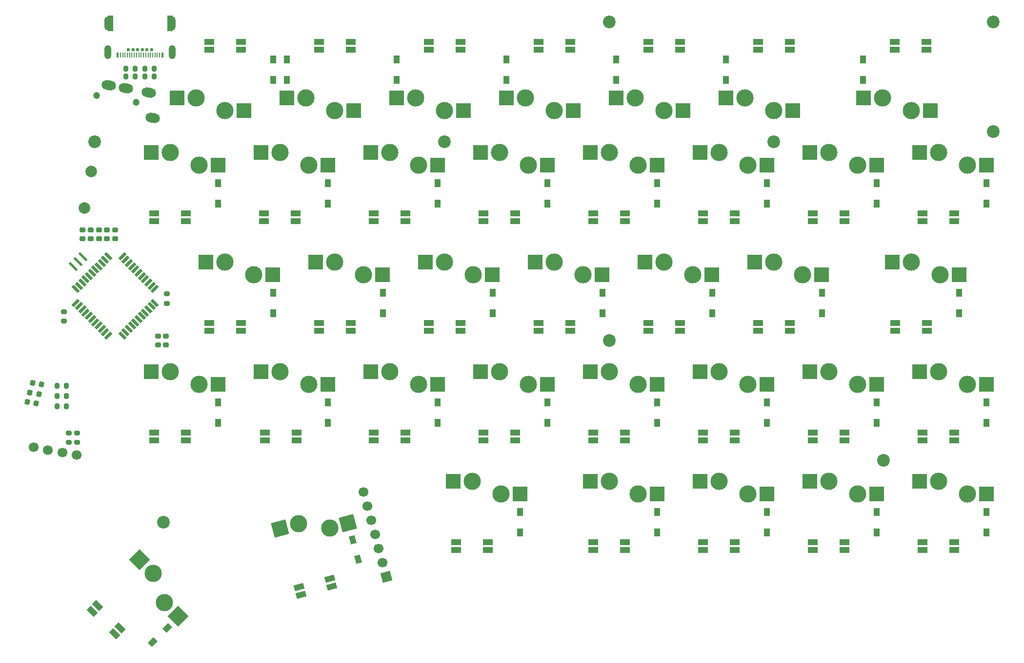
<source format=gbr>
G04 #@! TF.GenerationSoftware,KiCad,Pcbnew,(6.0.8)*
G04 #@! TF.CreationDate,2023-02-19T02:59:28+09:00*
G04 #@! TF.ProjectId,ma8ic_split_69_right,6d613869-635f-4737-906c-69745f36395f,0.1*
G04 #@! TF.SameCoordinates,Original*
G04 #@! TF.FileFunction,Soldermask,Bot*
G04 #@! TF.FilePolarity,Negative*
%FSLAX46Y46*%
G04 Gerber Fmt 4.6, Leading zero omitted, Abs format (unit mm)*
G04 Created by KiCad (PCBNEW (6.0.8)) date 2023-02-19 02:59:28*
%MOMM*%
%LPD*%
G01*
G04 APERTURE LIST*
G04 Aperture macros list*
%AMRoundRect*
0 Rectangle with rounded corners*
0 $1 Rounding radius*
0 $2 $3 $4 $5 $6 $7 $8 $9 X,Y pos of 4 corners*
0 Add a 4 corners polygon primitive as box body*
4,1,4,$2,$3,$4,$5,$6,$7,$8,$9,$2,$3,0*
0 Add four circle primitives for the rounded corners*
1,1,$1+$1,$2,$3*
1,1,$1+$1,$4,$5*
1,1,$1+$1,$6,$7*
1,1,$1+$1,$8,$9*
0 Add four rect primitives between the rounded corners*
20,1,$1+$1,$2,$3,$4,$5,0*
20,1,$1+$1,$4,$5,$6,$7,0*
20,1,$1+$1,$6,$7,$8,$9,0*
20,1,$1+$1,$8,$9,$2,$3,0*%
%AMHorizOval*
0 Thick line with rounded ends*
0 $1 width*
0 $2 $3 position (X,Y) of the first rounded end (center of the circle)*
0 $4 $5 position (X,Y) of the second rounded end (center of the circle)*
0 Add line between two ends*
20,1,$1,$2,$3,$4,$5,0*
0 Add two circle primitives to create the rounded ends*
1,1,$1,$2,$3*
1,1,$1,$4,$5*%
%AMRotRect*
0 Rectangle, with rotation*
0 The origin of the aperture is its center*
0 $1 length*
0 $2 width*
0 $3 Rotation angle, in degrees counterclockwise*
0 Add horizontal line*
21,1,$1,$2,0,0,$3*%
G04 Aperture macros list end*
%ADD10C,0.010000*%
%ADD11C,3.000000*%
%ADD12R,2.600000X2.600000*%
%ADD13RotRect,2.600000X2.600000X15.000000*%
%ADD14C,2.000000*%
%ADD15C,1.700000*%
%ADD16RotRect,2.600000X2.600000X315.000000*%
%ADD17C,1.200000*%
%ADD18HorizOval,1.700000X-0.393923X0.069459X0.393923X-0.069459X0*%
%ADD19R,1.000000X1.400000*%
%ADD20RoundRect,0.225000X0.250000X-0.225000X0.250000X0.225000X-0.250000X0.225000X-0.250000X-0.225000X0*%
%ADD21RoundRect,0.200000X0.200000X0.275000X-0.200000X0.275000X-0.200000X-0.275000X0.200000X-0.275000X0*%
%ADD22C,2.200000*%
%ADD23R,1.700000X1.000000*%
%ADD24RoundRect,0.218750X0.259924X0.214371X-0.170929X0.290343X-0.259924X-0.214371X0.170929X-0.290343X0*%
%ADD25R,0.230000X0.850000*%
%ADD26C,0.600000*%
%ADD27O,1.200000X2.400000*%
%ADD28R,0.460000X0.850000*%
%ADD29RoundRect,0.200000X0.275000X-0.200000X0.275000X0.200000X-0.275000X0.200000X-0.275000X-0.200000X0*%
%ADD30RoundRect,0.200000X-0.200000X-0.275000X0.200000X-0.275000X0.200000X0.275000X-0.200000X0.275000X0*%
%ADD31RotRect,1.700000X1.000000X15.000000*%
%ADD32RoundRect,0.200000X-0.275000X0.200000X-0.275000X-0.200000X0.275000X-0.200000X0.275000X0.200000X0*%
%ADD33RotRect,1.400000X1.000000X105.000000*%
%ADD34RotRect,0.400000X1.900000X225.000000*%
%ADD35RotRect,1.400000X1.000000X45.000000*%
%ADD36RotRect,1.500000X0.550000X45.000000*%
%ADD37RotRect,1.500000X0.550000X315.000000*%
%ADD38RotRect,1.700000X1.000000X315.000000*%
%ADD39RoundRect,0.225000X-0.250000X0.225000X-0.250000X-0.225000X0.250000X-0.225000X0.250000X0.225000X0*%
%ADD40RotRect,1.700000X1.700000X15.000000*%
%ADD41HorizOval,1.700000X0.000000X0.000000X0.000000X0.000000X0*%
G04 APERTURE END LIST*
G04 #@! TO.C,J1*
G36*
X80498800Y-39618822D02*
G01*
X79641610Y-39618822D01*
X79641610Y-37017152D01*
X80498800Y-37017152D01*
X80498800Y-39618822D01*
G37*
D10*
X80498800Y-39618822D02*
X79641610Y-39618822D01*
X79641610Y-37017152D01*
X80498800Y-37017152D01*
X80498800Y-39618822D01*
G36*
X90798800Y-39618822D02*
G01*
X89998910Y-39618822D01*
X89998910Y-37018792D01*
X90798800Y-37018792D01*
X90798800Y-39618822D01*
G37*
X90798800Y-39618822D02*
X89998910Y-39618822D01*
X89998910Y-37018792D01*
X90798800Y-37018792D01*
X90798800Y-39618822D01*
G04 #@! TD*
D11*
G04 #@! TO.C,SW6*
X133112500Y-51325000D03*
X138112500Y-53525000D03*
D12*
X129812500Y-51325000D03*
X141412500Y-53525000D03*
G04 #@! TD*
D11*
G04 #@! TO.C,SW37*
X112772968Y-125269788D03*
X118171999Y-126100729D03*
D13*
X121359554Y-125246626D03*
X109585412Y-126123890D03*
G04 #@! TD*
D11*
G04 #@! TO.C,SW28*
X147637500Y-98875000D03*
X152637500Y-101075000D03*
D12*
X155937500Y-101075000D03*
X144337500Y-98875000D03*
G04 #@! TD*
D11*
G04 #@! TO.C,SW22*
X119062500Y-79825000D03*
X124062500Y-82025000D03*
D12*
X127362500Y-82025000D03*
X115762500Y-79825000D03*
G04 #@! TD*
D11*
G04 #@! TO.C,SW21*
X138112500Y-79825000D03*
X143112500Y-82025000D03*
D12*
X146412500Y-82025000D03*
X134812500Y-79825000D03*
G04 #@! TD*
D11*
G04 #@! TO.C,SW32*
X223837500Y-117925000D03*
X228837500Y-120125000D03*
D12*
X232137500Y-120125000D03*
X220537500Y-117925000D03*
G04 #@! TD*
D11*
G04 #@! TO.C,SW4*
X176212500Y-53525000D03*
X171212500Y-51325000D03*
D12*
X167912500Y-51325000D03*
X179512500Y-53525000D03*
G04 #@! TD*
D11*
G04 #@! TO.C,SW31*
X95487500Y-101075000D03*
X90487500Y-98875000D03*
D12*
X98787500Y-101075000D03*
X87187500Y-98875000D03*
G04 #@! TD*
D11*
G04 #@! TO.C,SW27*
X171687500Y-101075000D03*
X166687500Y-98875000D03*
D12*
X174987500Y-101075000D03*
X163387500Y-98875000D03*
G04 #@! TD*
D11*
G04 #@! TO.C,SW11*
X185737500Y-60775000D03*
X190737500Y-62975000D03*
D12*
X194037500Y-62975000D03*
X182437500Y-60775000D03*
G04 #@! TD*
D11*
G04 #@! TO.C,SW12*
X171687500Y-62975000D03*
X166687500Y-60775000D03*
D12*
X174987500Y-62975000D03*
X163387500Y-60775000D03*
G04 #@! TD*
D11*
G04 #@! TO.C,SW33*
X204787500Y-117925000D03*
X209787500Y-120125000D03*
D12*
X213087500Y-120125000D03*
X201487500Y-117925000D03*
G04 #@! TD*
D11*
G04 #@! TO.C,SW34*
X185737500Y-117925000D03*
X190737500Y-120125000D03*
D12*
X194037500Y-120125000D03*
X182437500Y-117925000D03*
G04 #@! TD*
D11*
G04 #@! TO.C,SW2*
X214075000Y-51325000D03*
X219075000Y-53525000D03*
D12*
X210775000Y-51325000D03*
X222375000Y-53525000D03*
G04 #@! TD*
D11*
G04 #@! TO.C,SW29*
X128587500Y-98875000D03*
X133587500Y-101075000D03*
D12*
X136887500Y-101075000D03*
X125287500Y-98875000D03*
G04 #@! TD*
D11*
G04 #@! TO.C,SW16*
X90487500Y-60775000D03*
X95487500Y-62975000D03*
D12*
X98787500Y-62975000D03*
X87187500Y-60775000D03*
G04 #@! TD*
D11*
G04 #@! TO.C,SW9*
X223837500Y-60775000D03*
X228837500Y-62975000D03*
D12*
X232137500Y-62975000D03*
X220537500Y-60775000D03*
G04 #@! TD*
D11*
G04 #@! TO.C,SW18*
X200262500Y-82025000D03*
X195262500Y-79825000D03*
D12*
X203562500Y-82025000D03*
X191962500Y-79825000D03*
G04 #@! TD*
D11*
G04 #@! TO.C,SW20*
X157162500Y-79825000D03*
X162162500Y-82025000D03*
D12*
X165462500Y-82025000D03*
X153862500Y-79825000D03*
G04 #@! TD*
D11*
G04 #@! TO.C,SW8*
X100012500Y-53525000D03*
X95012500Y-51325000D03*
D12*
X91712500Y-51325000D03*
X103312500Y-53525000D03*
G04 #@! TD*
D11*
G04 #@! TO.C,SW15*
X114537500Y-62975000D03*
X109537500Y-60775000D03*
D12*
X117837500Y-62975000D03*
X106237500Y-60775000D03*
G04 #@! TD*
D11*
G04 #@! TO.C,SW23*
X105012500Y-82025000D03*
X100012500Y-79825000D03*
D12*
X108312500Y-82025000D03*
X96712500Y-79825000D03*
G04 #@! TD*
D11*
G04 #@! TO.C,SW10*
X204787500Y-60775000D03*
X209787500Y-62975000D03*
D12*
X213087500Y-62975000D03*
X201487500Y-60775000D03*
G04 #@! TD*
D14*
G04 #@! TO.C,SW1*
X76764141Y-64069784D03*
X75635427Y-70471034D03*
G04 #@! TD*
D11*
G04 #@! TO.C,SW17*
X219075000Y-79825000D03*
X224075000Y-82025000D03*
D12*
X227375000Y-82025000D03*
X215775000Y-79825000D03*
G04 #@! TD*
D15*
G04 #@! TO.C,J3*
X66749775Y-112049007D03*
X69251187Y-112490074D03*
X71752599Y-112931140D03*
X74254011Y-113372207D03*
G04 #@! TD*
D11*
G04 #@! TO.C,SW13*
X147637500Y-60775000D03*
X152637500Y-62975000D03*
D12*
X155937500Y-62975000D03*
X144337500Y-60775000D03*
G04 #@! TD*
D11*
G04 #@! TO.C,SW26*
X185737500Y-98875000D03*
X190737500Y-101075000D03*
D12*
X194037500Y-101075000D03*
X182437500Y-98875000D03*
G04 #@! TD*
D11*
G04 #@! TO.C,SW7*
X114062500Y-51325000D03*
X119062500Y-53525000D03*
D12*
X110762500Y-51325000D03*
X122362500Y-53525000D03*
G04 #@! TD*
D11*
G04 #@! TO.C,SW3*
X195262500Y-53525000D03*
X190262500Y-51325000D03*
D12*
X186962500Y-51325000D03*
X198562500Y-53525000D03*
G04 #@! TD*
D11*
G04 #@! TO.C,SW24*
X223837500Y-98875000D03*
X228837500Y-101075000D03*
D12*
X232137500Y-101075000D03*
X220537500Y-98875000D03*
G04 #@! TD*
D11*
G04 #@! TO.C,SW36*
X147875000Y-120125000D03*
X142875000Y-117925000D03*
D12*
X151175000Y-120125000D03*
X139575000Y-117925000D03*
G04 #@! TD*
D11*
G04 #@! TO.C,SW19*
X176212500Y-79825000D03*
X181212500Y-82025000D03*
D12*
X184512500Y-82025000D03*
X172912500Y-79825000D03*
G04 #@! TD*
D11*
G04 #@! TO.C,SW5*
X157162500Y-53525000D03*
X152162500Y-51325000D03*
D12*
X148862500Y-51325000D03*
X160462500Y-53525000D03*
G04 #@! TD*
D11*
G04 #@! TO.C,SW14*
X133587500Y-62975000D03*
X128587500Y-60775000D03*
D12*
X136887500Y-62975000D03*
X125287500Y-60775000D03*
G04 #@! TD*
D11*
G04 #@! TO.C,SW35*
X171687645Y-120124855D03*
X166687645Y-117924855D03*
D12*
X174987645Y-120124855D03*
X163387645Y-117924855D03*
G04 #@! TD*
D11*
G04 #@! TO.C,SW25*
X209787500Y-101075000D03*
X204787500Y-98875000D03*
D12*
X213087500Y-101075000D03*
X201487500Y-98875000D03*
G04 #@! TD*
D11*
G04 #@! TO.C,SW30*
X109537500Y-98875000D03*
X114537500Y-101075000D03*
D12*
X117837500Y-101075000D03*
X106237500Y-98875000D03*
G04 #@! TD*
D11*
G04 #@! TO.C,SW38*
X89495579Y-139031739D03*
X87515680Y-133940570D03*
D16*
X91829031Y-141365191D03*
X85182228Y-131607118D03*
G04 #@! TD*
D17*
G04 #@! TO.C,J2*
X77707408Y-50887332D03*
X84601062Y-52102870D03*
D18*
X87486266Y-54744005D03*
X79844723Y-49131803D03*
X82799146Y-49652747D03*
X86738377Y-50347340D03*
G04 #@! TD*
D19*
G04 #@! TO.C,D37*
X175021875Y-126790625D03*
X175021875Y-123240625D03*
G04 #@! TD*
D20*
G04 #@! TO.C,C6*
X76676300Y-75784340D03*
X76676300Y-74234340D03*
G04 #@! TD*
D19*
G04 #@! TO.C,D8*
X129777954Y-48209454D03*
X129777954Y-44659454D03*
G04 #@! TD*
D21*
G04 #@! TO.C,R2*
X84407226Y-46196215D03*
X82757226Y-46196215D03*
G04 #@! TD*
D20*
G04 #@! TO.C,C7*
X75247550Y-75784340D03*
X75247550Y-74234340D03*
G04 #@! TD*
D22*
G04 #@! TO.C,*
X233362500Y-38100000D03*
G04 #@! TD*
D23*
G04 #@! TO.C,D48*
X221088440Y-109432945D03*
X221088440Y-110832945D03*
X226588440Y-110832945D03*
X226588440Y-109432945D03*
G04 #@! TD*
D22*
G04 #@! TO.C,*
X77390510Y-58935947D03*
G04 #@! TD*
D24*
G04 #@! TO.C,D3*
X65661389Y-104161967D03*
X67212461Y-104435463D03*
G04 #@! TD*
D19*
G04 #@! TO.C,D33*
X98821875Y-107740625D03*
X98821875Y-104190625D03*
G04 #@! TD*
D23*
G04 #@! TO.C,D61*
X192513320Y-90383195D03*
X192513320Y-91783195D03*
X198013320Y-91783195D03*
X198013320Y-90383195D03*
G04 #@! TD*
D25*
G04 #@! TO.C,J1*
X83048800Y-43843822D03*
X83448800Y-43843822D03*
X83848800Y-43843822D03*
X84248800Y-43843822D03*
X84648800Y-43843822D03*
X85048800Y-43843822D03*
X85448800Y-43843822D03*
X85848800Y-43843822D03*
X86248800Y-43843822D03*
X86648800Y-43843822D03*
X87048800Y-43843822D03*
X87448800Y-43843822D03*
X88648800Y-43843822D03*
X88248800Y-43843822D03*
X87848800Y-43843822D03*
D26*
X87248800Y-42918822D03*
X86448800Y-42918822D03*
X85648800Y-42918822D03*
X84848800Y-42918822D03*
X84048800Y-42918822D03*
X83248800Y-42918822D03*
D25*
X82648800Y-43843822D03*
X82248800Y-43843822D03*
X81848800Y-43843822D03*
D27*
X79698800Y-43368822D03*
D28*
X81333800Y-43843822D03*
X89163800Y-43843822D03*
D27*
X90798800Y-43368822D03*
X79698800Y-38318822D03*
X90798800Y-38318822D03*
G04 #@! TD*
D23*
G04 #@! TO.C,D75*
X173463048Y-41567365D03*
X173463048Y-42967365D03*
X178963048Y-42967365D03*
X178963048Y-41567365D03*
G04 #@! TD*
D19*
G04 #@! TO.C,D10*
X108346686Y-48209454D03*
X108346686Y-44659454D03*
G04 #@! TD*
D29*
G04 #@! TO.C,R6*
X72032593Y-90121990D03*
X72032593Y-88471990D03*
G04 #@! TD*
D22*
G04 #@! TO.C,*
X166688200Y-38099965D03*
G04 #@! TD*
D19*
G04 #@! TO.C,D17*
X117871678Y-69640722D03*
X117871678Y-66090722D03*
G04 #@! TD*
D23*
G04 #@! TO.C,D60*
X173463240Y-90383195D03*
X173463240Y-91783195D03*
X178963240Y-91783195D03*
X178963240Y-90383195D03*
G04 #@! TD*
D30*
G04 #@! TO.C,R8*
X70850675Y-103108090D03*
X72500675Y-103108090D03*
G04 #@! TD*
D31*
G04 #@! TO.C,D42*
X118534469Y-136235396D03*
X118172123Y-134883100D03*
X112859531Y-136306604D03*
X113221877Y-137658900D03*
G04 #@! TD*
D19*
G04 #@! TO.C,D26*
X232171782Y-107740754D03*
X232171782Y-104190754D03*
G04 #@! TD*
D32*
G04 #@! TO.C,R10*
X72866300Y-109537465D03*
X72866300Y-111187465D03*
G04 #@! TD*
D19*
G04 #@! TO.C,D14*
X175021726Y-69640722D03*
X175021726Y-66090722D03*
G04 #@! TD*
D23*
G04 #@! TO.C,D70*
X87737880Y-71333115D03*
X87737880Y-72733115D03*
X93237880Y-72733115D03*
X93237880Y-71333115D03*
G04 #@! TD*
D19*
G04 #@! TO.C,D31*
X136921678Y-107740754D03*
X136921678Y-104190754D03*
G04 #@! TD*
G04 #@! TO.C,D21*
X184546734Y-88690738D03*
X184546734Y-85140738D03*
G04 #@! TD*
G04 #@! TO.C,D4*
X210740625Y-48209454D03*
X210740625Y-44659454D03*
G04 #@! TD*
G04 #@! TO.C,D30*
X155971694Y-107740754D03*
X155971694Y-104190754D03*
G04 #@! TD*
D22*
G04 #@! TO.C,*
X233362500Y-57149965D03*
G04 #@! TD*
D23*
G04 #@! TO.C,D72*
X116313000Y-41567365D03*
X116313000Y-42967365D03*
X121813000Y-42967365D03*
X121813000Y-41567365D03*
G04 #@! TD*
D19*
G04 #@! TO.C,D28*
X194071726Y-107740754D03*
X194071726Y-104190754D03*
G04 #@! TD*
D33*
G04 #@! TO.C,D39*
X123094294Y-131493188D03*
X122175486Y-128064152D03*
G04 #@! TD*
D22*
G04 #@! TO.C,*
X166687444Y-93464101D03*
G04 #@! TD*
D19*
G04 #@! TO.C,D25*
X108347330Y-88690990D03*
X108347330Y-85140990D03*
G04 #@! TD*
D32*
G04 #@! TO.C,R11*
X74295050Y-109537465D03*
X74295050Y-111187465D03*
G04 #@! TD*
D23*
G04 #@! TO.C,D71*
X97262920Y-41567263D03*
X97262920Y-42967263D03*
X102762920Y-42967263D03*
X102762920Y-41567263D03*
G04 #@! TD*
G04 #@! TO.C,D46*
X202038232Y-128482961D03*
X202038232Y-129882961D03*
X207538232Y-129882961D03*
X207538232Y-128482961D03*
G04 #@! TD*
G04 #@! TO.C,D56*
X97262920Y-90383195D03*
X97262920Y-91783195D03*
X102762920Y-91783195D03*
X102762920Y-90383195D03*
G04 #@! TD*
G04 #@! TO.C,D76*
X192513320Y-41567365D03*
X192513320Y-42967365D03*
X198013320Y-42967365D03*
X198013320Y-41567365D03*
G04 #@! TD*
D19*
G04 #@! TO.C,D29*
X175021710Y-107740754D03*
X175021710Y-104190754D03*
G04 #@! TD*
G04 #@! TO.C,D15*
X155971710Y-69640722D03*
X155971710Y-66090722D03*
G04 #@! TD*
D34*
G04 #@! TO.C,X1*
X75381966Y-78923682D03*
X74533438Y-79772210D03*
X73684910Y-80620738D03*
G04 #@! TD*
D35*
G04 #@! TO.C,D40*
X87446820Y-145916660D03*
X89957050Y-143406430D03*
G04 #@! TD*
D23*
G04 #@! TO.C,D66*
X163938328Y-71333115D03*
X163938328Y-72733115D03*
X169438328Y-72733115D03*
X169438328Y-71333115D03*
G04 #@! TD*
D22*
G04 #@! TO.C,REF\u002A\u002A*
X195262468Y-58935947D03*
G04 #@! TD*
D23*
G04 #@! TO.C,D77*
X216206857Y-41567365D03*
X216206857Y-42967365D03*
X221706857Y-42967365D03*
X221706857Y-41567365D03*
G04 #@! TD*
D19*
G04 #@! TO.C,D32*
X117871875Y-107740625D03*
X117871875Y-104190625D03*
G04 #@! TD*
D32*
G04 #@! TO.C,R7*
X89891983Y-85376215D03*
X89891983Y-87026215D03*
G04 #@! TD*
D30*
G04 #@! TO.C,R4*
X86090990Y-46196215D03*
X87740990Y-46196215D03*
G04 #@! TD*
D20*
G04 #@! TO.C,C2*
X88344746Y-94239455D03*
X88344746Y-92689455D03*
G04 #@! TD*
D23*
G04 #@! TO.C,D44*
X163938200Y-128482961D03*
X163938200Y-129882961D03*
X169438200Y-129882961D03*
X169438200Y-128482961D03*
G04 #@! TD*
D19*
G04 #@! TO.C,D22*
X165496718Y-88690738D03*
X165496718Y-85140738D03*
G04 #@! TD*
D36*
G04 #@! TO.C,U1*
X79760206Y-92584048D03*
X79194521Y-92018362D03*
X78628836Y-91452677D03*
X78063150Y-90886992D03*
X77497465Y-90321306D03*
X76931779Y-89755621D03*
X76366094Y-89189935D03*
X75800408Y-88624250D03*
X75234723Y-88058564D03*
X74669038Y-87492879D03*
X74103352Y-86927194D03*
D37*
X74103352Y-84523030D03*
X74669038Y-83957345D03*
X75234723Y-83391660D03*
X75800408Y-82825974D03*
X76366094Y-82260289D03*
X76931779Y-81694603D03*
X77497465Y-81128918D03*
X78063150Y-80563232D03*
X78628836Y-79997547D03*
X79194521Y-79431862D03*
X79760206Y-78866176D03*
D36*
X82164370Y-78866176D03*
X82730055Y-79431862D03*
X83295740Y-79997547D03*
X83861426Y-80563232D03*
X84427111Y-81128918D03*
X84992797Y-81694603D03*
X85558482Y-82260289D03*
X86124168Y-82825974D03*
X86689853Y-83391660D03*
X87255538Y-83957345D03*
X87821224Y-84523030D03*
D37*
X87821224Y-86927194D03*
X87255538Y-87492879D03*
X86689853Y-88058564D03*
X86124168Y-88624250D03*
X85558482Y-89189935D03*
X84992797Y-89755621D03*
X84427111Y-90321306D03*
X83861426Y-90886992D03*
X83295740Y-91452677D03*
X82730055Y-92018362D03*
X82164370Y-92584048D03*
G04 #@! TD*
D19*
G04 #@! TO.C,D7*
X148827970Y-48209454D03*
X148827970Y-44659454D03*
G04 #@! TD*
G04 #@! TO.C,D35*
X213121766Y-126790770D03*
X213121766Y-123240770D03*
G04 #@! TD*
G04 #@! TO.C,D23*
X146446702Y-88690738D03*
X146446702Y-85140738D03*
G04 #@! TD*
G04 #@! TO.C,D20*
X203596750Y-88690738D03*
X203596750Y-85140738D03*
G04 #@! TD*
D23*
G04 #@! TO.C,D63*
X221088440Y-71333115D03*
X221088440Y-72733115D03*
X226588440Y-72733115D03*
X226588440Y-71333115D03*
G04 #@! TD*
D22*
G04 #@! TO.C,REF\u002A\u002A*
X214312500Y-114300000D03*
G04 #@! TD*
D23*
G04 #@! TO.C,D65*
X182988344Y-71333115D03*
X182988344Y-72733115D03*
X188488344Y-72733115D03*
X188488344Y-71333115D03*
G04 #@! TD*
D19*
G04 #@! TO.C,D19*
X227409274Y-88690738D03*
X227409274Y-85140738D03*
G04 #@! TD*
D23*
G04 #@! TO.C,D52*
X144888376Y-109432945D03*
X144888376Y-110832945D03*
X150388376Y-110832945D03*
X150388376Y-109432945D03*
G04 #@! TD*
D19*
G04 #@! TO.C,D24*
X127396686Y-88690738D03*
X127396686Y-85140738D03*
G04 #@! TD*
D23*
G04 #@! TO.C,D62*
X216325920Y-90383195D03*
X216325920Y-91783195D03*
X221825920Y-91783195D03*
X221825920Y-90383195D03*
G04 #@! TD*
D30*
G04 #@! TO.C,R3*
X86090990Y-47624965D03*
X87740990Y-47624965D03*
G04 #@! TD*
D19*
G04 #@! TO.C,D16*
X136921694Y-69640722D03*
X136921694Y-66090722D03*
G04 #@! TD*
G04 #@! TO.C,D27*
X213121742Y-107740754D03*
X213121742Y-104190754D03*
G04 #@! TD*
D23*
G04 #@! TO.C,D55*
X87737880Y-109433275D03*
X87737880Y-110833275D03*
X93237880Y-110833275D03*
X93237880Y-109433275D03*
G04 #@! TD*
G04 #@! TO.C,D45*
X182988216Y-128482961D03*
X182988216Y-129882961D03*
X188488216Y-129882961D03*
X188488216Y-128482961D03*
G04 #@! TD*
D30*
G04 #@! TO.C,R5*
X70850675Y-101322151D03*
X72500675Y-101322151D03*
G04 #@! TD*
D23*
G04 #@! TO.C,D74*
X154413032Y-41567365D03*
X154413032Y-42967365D03*
X159913032Y-42967365D03*
X159913032Y-41567365D03*
G04 #@! TD*
D19*
G04 #@! TO.C,D36*
X194071750Y-126790770D03*
X194071750Y-123240770D03*
G04 #@! TD*
D38*
G04 #@! TO.C,D41*
X80824569Y-144425518D03*
X81814518Y-143435569D03*
X77925431Y-139546482D03*
X76935482Y-140536431D03*
G04 #@! TD*
D19*
G04 #@! TO.C,D12*
X213121758Y-69640722D03*
X213121758Y-66090722D03*
G04 #@! TD*
G04 #@! TO.C,D5*
X186928002Y-48209454D03*
X186928002Y-44659454D03*
G04 #@! TD*
G04 #@! TO.C,D38*
X151210010Y-126791150D03*
X151210010Y-123241150D03*
G04 #@! TD*
D20*
G04 #@! TO.C,C4*
X79533800Y-75784340D03*
X79533800Y-74234340D03*
G04 #@! TD*
D23*
G04 #@! TO.C,D51*
X163938392Y-109432945D03*
X163938392Y-110832945D03*
X169438392Y-110832945D03*
X169438392Y-109432945D03*
G04 #@! TD*
G04 #@! TO.C,D43*
X140125600Y-128483355D03*
X140125600Y-129883355D03*
X145625600Y-129883355D03*
X145625600Y-128483355D03*
G04 #@! TD*
G04 #@! TO.C,D50*
X182988408Y-109432945D03*
X182988408Y-110832945D03*
X188488408Y-110832945D03*
X188488408Y-109432945D03*
G04 #@! TD*
G04 #@! TO.C,D47*
X221087400Y-128483355D03*
X221087400Y-129883355D03*
X226587400Y-129883355D03*
X226587400Y-128483355D03*
G04 #@! TD*
D21*
G04 #@! TO.C,R1*
X84407226Y-47624965D03*
X82757226Y-47624965D03*
G04 #@! TD*
D23*
G04 #@! TO.C,D58*
X135363080Y-90383195D03*
X135363080Y-91783195D03*
X140863080Y-91783195D03*
X140863080Y-90383195D03*
G04 #@! TD*
D39*
G04 #@! TO.C,C1*
X89773502Y-92689455D03*
X89773502Y-94239455D03*
G04 #@! TD*
D22*
G04 #@! TO.C,REF\u002A\u002A*
X138113080Y-58935947D03*
G04 #@! TD*
D23*
G04 #@! TO.C,D64*
X202038360Y-71333115D03*
X202038360Y-72733115D03*
X207538360Y-72733115D03*
X207538360Y-71333115D03*
G04 #@! TD*
G04 #@! TO.C,D53*
X125838040Y-109433275D03*
X125838040Y-110833275D03*
X131338040Y-110833275D03*
X131338040Y-109433275D03*
G04 #@! TD*
G04 #@! TO.C,D59*
X154413160Y-90383195D03*
X154413160Y-91783195D03*
X159913160Y-91783195D03*
X159913160Y-90383195D03*
G04 #@! TD*
D19*
G04 #@! TO.C,D13*
X194071742Y-69640722D03*
X194071742Y-66090722D03*
G04 #@! TD*
G04 #@! TO.C,D34*
X232171782Y-126790770D03*
X232171782Y-123240770D03*
G04 #@! TD*
G04 #@! TO.C,D18*
X98821875Y-69640625D03*
X98821875Y-66090625D03*
G04 #@! TD*
D23*
G04 #@! TO.C,D68*
X125838040Y-71333115D03*
X125838040Y-72733115D03*
X131338040Y-72733115D03*
X131338040Y-71333115D03*
G04 #@! TD*
G04 #@! TO.C,D69*
X106787960Y-71333115D03*
X106787960Y-72733115D03*
X112287960Y-72733115D03*
X112287960Y-71333115D03*
G04 #@! TD*
D22*
G04 #@! TO.C,REF\u002A\u002A*
X89296770Y-125015690D03*
G04 #@! TD*
D24*
G04 #@! TO.C,D1*
X66613889Y-100828217D03*
X68164961Y-101101713D03*
G04 #@! TD*
D20*
G04 #@! TO.C,C3*
X80962550Y-75784340D03*
X80962550Y-74234340D03*
G04 #@! TD*
D23*
G04 #@! TO.C,D49*
X202038424Y-109432945D03*
X202038424Y-110832945D03*
X207538424Y-110832945D03*
X207538424Y-109432945D03*
G04 #@! TD*
D19*
G04 #@! TO.C,D11*
X232171778Y-69640722D03*
X232171778Y-66090722D03*
G04 #@! TD*
D20*
G04 #@! TO.C,C5*
X78105050Y-75784340D03*
X78105050Y-74234340D03*
G04 #@! TD*
D23*
G04 #@! TO.C,D57*
X116313000Y-90383195D03*
X116313000Y-91783195D03*
X121813000Y-91783195D03*
X121813000Y-90383195D03*
G04 #@! TD*
G04 #@! TO.C,D73*
X135363016Y-41567365D03*
X135363016Y-42967365D03*
X140863016Y-42967365D03*
X140863016Y-41567365D03*
G04 #@! TD*
D40*
G04 #@! TO.C,J4*
X128006617Y-134540590D03*
D41*
X127349217Y-132087138D03*
X126691816Y-129633687D03*
X126034416Y-127180235D03*
X125377016Y-124726784D03*
X124719615Y-122273332D03*
X124062215Y-119819880D03*
G04 #@! TD*
D24*
G04 #@! TO.C,D2*
X66137639Y-102495092D03*
X67688711Y-102768588D03*
G04 #@! TD*
D21*
G04 #@! TO.C,R9*
X72500675Y-104894029D03*
X70850675Y-104894029D03*
G04 #@! TD*
D19*
G04 #@! TO.C,D6*
X167877986Y-48209454D03*
X167877986Y-44659454D03*
G04 #@! TD*
G04 #@! TO.C,D9*
X110727938Y-48209454D03*
X110727938Y-44659454D03*
G04 #@! TD*
D23*
G04 #@! TO.C,D54*
X106907023Y-109433275D03*
X106907023Y-110833275D03*
X112407023Y-110833275D03*
X112407023Y-109433275D03*
G04 #@! TD*
G04 #@! TO.C,D67*
X144888312Y-71333115D03*
X144888312Y-72733115D03*
X150388312Y-72733115D03*
X150388312Y-71333115D03*
G04 #@! TD*
M02*

</source>
